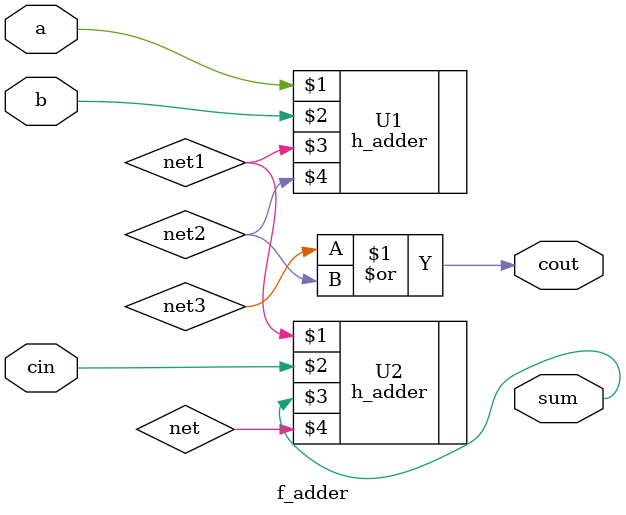
<source format=v>
module f_adder(a,b,cin,sum,cout);
                input a,b,cin;
                output sum,cout;
                wire net1,net2,net3;
                h_adder U1(a,b,net1,net2);
                h_adder U2(net1,cin,sum,net);
                   or   U3(cout,net3,net2);
              endmodule

</source>
